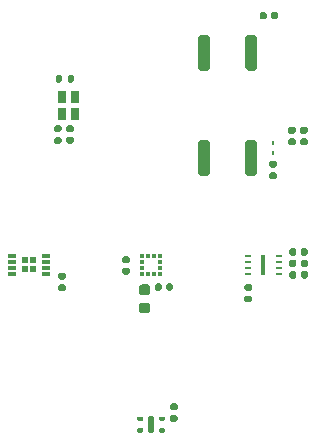
<source format=gbp>
G04 #@! TF.GenerationSoftware,KiCad,Pcbnew,(5.1.8)-1*
G04 #@! TF.CreationDate,2020-11-30T00:12:40+01:00*
G04 #@! TF.ProjectId,generic_node,67656e65-7269-4635-9f6e-6f64652e6b69,1.1*
G04 #@! TF.SameCoordinates,PX510ff40PY6422c40*
G04 #@! TF.FileFunction,Paste,Bot*
G04 #@! TF.FilePolarity,Positive*
%FSLAX46Y46*%
G04 Gerber Fmt 4.6, Leading zero omitted, Abs format (unit mm)*
G04 Created by KiCad (PCBNEW (5.1.8)-1) date 2020-11-30 00:12:40*
%MOMM*%
%LPD*%
G01*
G04 APERTURE LIST*
%ADD10R,0.375000X0.350000*%
%ADD11R,0.350000X0.375000*%
%ADD12R,0.750000X0.300000*%
%ADD13R,0.500000X0.600000*%
%ADD14R,0.300000X1.700000*%
%ADD15R,0.600000X0.270000*%
%ADD16R,0.800000X1.000000*%
%ADD17R,0.250000X0.360000*%
G04 APERTURE END LIST*
D10*
X-754500Y-13288803D03*
X-754500Y-13788803D03*
X770500Y-13788803D03*
X770500Y-13288803D03*
D11*
X-742000Y-14301303D03*
X-742000Y-12776303D03*
X758000Y-14301303D03*
X758000Y-12776303D03*
X258000Y-14301303D03*
X-242000Y-14301303D03*
X258000Y-12776303D03*
X-242000Y-12776303D03*
D12*
X-11750000Y-14238803D03*
X-11750000Y-13738803D03*
X-11750000Y-13238803D03*
X-11750000Y-12738803D03*
X-8850000Y-12738803D03*
X-8850000Y-13238803D03*
X-8850000Y-13738803D03*
X-8850000Y-14238803D03*
D13*
X-10625000Y-13863803D03*
X-10625000Y-13113803D03*
X-9975000Y-13863803D03*
X-9975000Y-13113803D03*
G36*
G01*
X275400Y-26437900D02*
X275400Y-27587900D01*
G75*
G02*
X150400Y-27712900I-125000J0D01*
G01*
X-99600Y-27712900D01*
G75*
G02*
X-224600Y-27587900I0J125000D01*
G01*
X-224600Y-26437900D01*
G75*
G02*
X-99600Y-26312900I125000J0D01*
G01*
X150400Y-26312900D01*
G75*
G02*
X275400Y-26437900I0J-125000D01*
G01*
G37*
G36*
G01*
X-1174600Y-26600400D02*
X-1174600Y-26425400D01*
G75*
G02*
X-1087100Y-26337900I87500J0D01*
G01*
X-712100Y-26337900D01*
G75*
G02*
X-624600Y-26425400I0J-87500D01*
G01*
X-624600Y-26600400D01*
G75*
G02*
X-712100Y-26687900I-87500J0D01*
G01*
X-1087100Y-26687900D01*
G75*
G02*
X-1174600Y-26600400I0J87500D01*
G01*
G37*
G36*
G01*
X-1174600Y-27600400D02*
X-1174600Y-27425400D01*
G75*
G02*
X-1087100Y-27337900I87500J0D01*
G01*
X-712100Y-27337900D01*
G75*
G02*
X-624600Y-27425400I0J-87500D01*
G01*
X-624600Y-27600400D01*
G75*
G02*
X-712100Y-27687900I-87500J0D01*
G01*
X-1087100Y-27687900D01*
G75*
G02*
X-1174600Y-27600400I0J87500D01*
G01*
G37*
G36*
G01*
X1225400Y-27425400D02*
X1225400Y-27600400D01*
G75*
G02*
X1137900Y-27687900I-87500J0D01*
G01*
X762900Y-27687900D01*
G75*
G02*
X675400Y-27600400I0J87500D01*
G01*
X675400Y-27425400D01*
G75*
G02*
X762900Y-27337900I87500J0D01*
G01*
X1137900Y-27337900D01*
G75*
G02*
X1225400Y-27425400I0J-87500D01*
G01*
G37*
G36*
G01*
X1225400Y-26425400D02*
X1225400Y-26600400D01*
G75*
G02*
X1137900Y-26687900I-87500J0D01*
G01*
X762900Y-26687900D01*
G75*
G02*
X675400Y-26600400I0J87500D01*
G01*
X675400Y-26425400D01*
G75*
G02*
X762900Y-26337900I87500J0D01*
G01*
X1137900Y-26337900D01*
G75*
G02*
X1225400Y-26425400I0J-87500D01*
G01*
G37*
D14*
X9512000Y-13527000D03*
D15*
X10812000Y-14277000D03*
X10812000Y-13777000D03*
X10812000Y-13277000D03*
X10812000Y-12777000D03*
X8212000Y-12777000D03*
X8212000Y-13277000D03*
X8212000Y-13777000D03*
X8212000Y-14277000D03*
G36*
G01*
X-7680000Y-3245000D02*
X-8050000Y-3245000D01*
G75*
G02*
X-8185000Y-3110000I0J135000D01*
G01*
X-8185000Y-2840000D01*
G75*
G02*
X-8050000Y-2705000I135000J0D01*
G01*
X-7680000Y-2705000D01*
G75*
G02*
X-7545000Y-2840000I0J-135000D01*
G01*
X-7545000Y-3110000D01*
G75*
G02*
X-7680000Y-3245000I-135000J0D01*
G01*
G37*
G36*
G01*
X-7680000Y-2225000D02*
X-8050000Y-2225000D01*
G75*
G02*
X-8185000Y-2090000I0J135000D01*
G01*
X-8185000Y-1820000D01*
G75*
G02*
X-8050000Y-1685000I135000J0D01*
G01*
X-7680000Y-1685000D01*
G75*
G02*
X-7545000Y-1820000I0J-135000D01*
G01*
X-7545000Y-2090000D01*
G75*
G02*
X-7680000Y-2225000I-135000J0D01*
G01*
G37*
G36*
G01*
X1874000Y-15201000D02*
X1874000Y-15541000D01*
G75*
G02*
X1734000Y-15681000I-140000J0D01*
G01*
X1454000Y-15681000D01*
G75*
G02*
X1314000Y-15541000I0J140000D01*
G01*
X1314000Y-15201000D01*
G75*
G02*
X1454000Y-15061000I140000J0D01*
G01*
X1734000Y-15061000D01*
G75*
G02*
X1874000Y-15201000I0J-140000D01*
G01*
G37*
G36*
G01*
X914000Y-15201000D02*
X914000Y-15541000D01*
G75*
G02*
X774000Y-15681000I-140000J0D01*
G01*
X494000Y-15681000D01*
G75*
G02*
X354000Y-15541000I0J140000D01*
G01*
X354000Y-15201000D01*
G75*
G02*
X494000Y-15061000I140000J0D01*
G01*
X774000Y-15061000D01*
G75*
G02*
X914000Y-15201000I0J-140000D01*
G01*
G37*
G36*
G01*
X-280000Y-17605000D02*
X-780000Y-17605000D01*
G75*
G02*
X-1005000Y-17380000I0J225000D01*
G01*
X-1005000Y-16930000D01*
G75*
G02*
X-780000Y-16705000I225000J0D01*
G01*
X-280000Y-16705000D01*
G75*
G02*
X-55000Y-16930000I0J-225000D01*
G01*
X-55000Y-17380000D01*
G75*
G02*
X-280000Y-17605000I-225000J0D01*
G01*
G37*
G36*
G01*
X-280000Y-16055000D02*
X-780000Y-16055000D01*
G75*
G02*
X-1005000Y-15830000I0J225000D01*
G01*
X-1005000Y-15380000D01*
G75*
G02*
X-780000Y-15155000I225000J0D01*
G01*
X-280000Y-15155000D01*
G75*
G02*
X-55000Y-15380000I0J-225000D01*
G01*
X-55000Y-15830000D01*
G75*
G02*
X-280000Y-16055000I-225000J0D01*
G01*
G37*
G36*
G01*
X12320000Y-14157500D02*
X12320000Y-14502500D01*
G75*
G02*
X12172500Y-14650000I-147500J0D01*
G01*
X11877500Y-14650000D01*
G75*
G02*
X11730000Y-14502500I0J147500D01*
G01*
X11730000Y-14157500D01*
G75*
G02*
X11877500Y-14010000I147500J0D01*
G01*
X12172500Y-14010000D01*
G75*
G02*
X12320000Y-14157500I0J-147500D01*
G01*
G37*
G36*
G01*
X13290000Y-14157500D02*
X13290000Y-14502500D01*
G75*
G02*
X13142500Y-14650000I-147500J0D01*
G01*
X12847500Y-14650000D01*
G75*
G02*
X12700000Y-14502500I0J147500D01*
G01*
X12700000Y-14157500D01*
G75*
G02*
X12847500Y-14010000I147500J0D01*
G01*
X13142500Y-14010000D01*
G75*
G02*
X13290000Y-14157500I0J-147500D01*
G01*
G37*
G36*
G01*
X-2267500Y-13749000D02*
X-1922500Y-13749000D01*
G75*
G02*
X-1775000Y-13896500I0J-147500D01*
G01*
X-1775000Y-14191500D01*
G75*
G02*
X-1922500Y-14339000I-147500J0D01*
G01*
X-2267500Y-14339000D01*
G75*
G02*
X-2415000Y-14191500I0J147500D01*
G01*
X-2415000Y-13896500D01*
G75*
G02*
X-2267500Y-13749000I147500J0D01*
G01*
G37*
G36*
G01*
X-2267500Y-12779000D02*
X-1922500Y-12779000D01*
G75*
G02*
X-1775000Y-12926500I0J-147500D01*
G01*
X-1775000Y-13221500D01*
G75*
G02*
X-1922500Y-13369000I-147500J0D01*
G01*
X-2267500Y-13369000D01*
G75*
G02*
X-2415000Y-13221500I0J147500D01*
G01*
X-2415000Y-12926500D01*
G75*
G02*
X-2267500Y-12779000I147500J0D01*
G01*
G37*
G36*
G01*
X1780500Y-25229000D02*
X2125500Y-25229000D01*
G75*
G02*
X2273000Y-25376500I0J-147500D01*
G01*
X2273000Y-25671500D01*
G75*
G02*
X2125500Y-25819000I-147500J0D01*
G01*
X1780500Y-25819000D01*
G75*
G02*
X1633000Y-25671500I0J147500D01*
G01*
X1633000Y-25376500D01*
G75*
G02*
X1780500Y-25229000I147500J0D01*
G01*
G37*
G36*
G01*
X1780500Y-26199000D02*
X2125500Y-26199000D01*
G75*
G02*
X2273000Y-26346500I0J-147500D01*
G01*
X2273000Y-26641500D01*
G75*
G02*
X2125500Y-26789000I-147500J0D01*
G01*
X1780500Y-26789000D01*
G75*
G02*
X1633000Y-26641500I0J147500D01*
G01*
X1633000Y-26346500D01*
G75*
G02*
X1780500Y-26199000I147500J0D01*
G01*
G37*
G36*
G01*
X-7347500Y-15730000D02*
X-7692500Y-15730000D01*
G75*
G02*
X-7840000Y-15582500I0J147500D01*
G01*
X-7840000Y-15287500D01*
G75*
G02*
X-7692500Y-15140000I147500J0D01*
G01*
X-7347500Y-15140000D01*
G75*
G02*
X-7200000Y-15287500I0J-147500D01*
G01*
X-7200000Y-15582500D01*
G75*
G02*
X-7347500Y-15730000I-147500J0D01*
G01*
G37*
G36*
G01*
X-7347500Y-14760000D02*
X-7692500Y-14760000D01*
G75*
G02*
X-7840000Y-14612500I0J147500D01*
G01*
X-7840000Y-14317500D01*
G75*
G02*
X-7692500Y-14170000I147500J0D01*
G01*
X-7347500Y-14170000D01*
G75*
G02*
X-7200000Y-14317500I0J-147500D01*
G01*
X-7200000Y-14612500D01*
G75*
G02*
X-7347500Y-14760000I-147500J0D01*
G01*
G37*
G36*
G01*
X10522500Y-6230000D02*
X10177500Y-6230000D01*
G75*
G02*
X10030000Y-6082500I0J147500D01*
G01*
X10030000Y-5787500D01*
G75*
G02*
X10177500Y-5640000I147500J0D01*
G01*
X10522500Y-5640000D01*
G75*
G02*
X10670000Y-5787500I0J-147500D01*
G01*
X10670000Y-6082500D01*
G75*
G02*
X10522500Y-6230000I-147500J0D01*
G01*
G37*
G36*
G01*
X10522500Y-5260000D02*
X10177500Y-5260000D01*
G75*
G02*
X10030000Y-5112500I0J147500D01*
G01*
X10030000Y-4817500D01*
G75*
G02*
X10177500Y-4670000I147500J0D01*
G01*
X10522500Y-4670000D01*
G75*
G02*
X10670000Y-4817500I0J-147500D01*
G01*
X10670000Y-5112500D01*
G75*
G02*
X10522500Y-5260000I-147500J0D01*
G01*
G37*
G36*
G01*
X13294000Y-13196500D02*
X13294000Y-13541500D01*
G75*
G02*
X13146500Y-13689000I-147500J0D01*
G01*
X12851500Y-13689000D01*
G75*
G02*
X12704000Y-13541500I0J147500D01*
G01*
X12704000Y-13196500D01*
G75*
G02*
X12851500Y-13049000I147500J0D01*
G01*
X13146500Y-13049000D01*
G75*
G02*
X13294000Y-13196500I0J-147500D01*
G01*
G37*
G36*
G01*
X12324000Y-13196500D02*
X12324000Y-13541500D01*
G75*
G02*
X12176500Y-13689000I-147500J0D01*
G01*
X11881500Y-13689000D01*
G75*
G02*
X11734000Y-13541500I0J147500D01*
G01*
X11734000Y-13196500D01*
G75*
G02*
X11881500Y-13049000I147500J0D01*
G01*
X12176500Y-13049000D01*
G75*
G02*
X12324000Y-13196500I0J-147500D01*
G01*
G37*
G36*
G01*
X12781500Y-1808000D02*
X13126500Y-1808000D01*
G75*
G02*
X13274000Y-1955500I0J-147500D01*
G01*
X13274000Y-2250500D01*
G75*
G02*
X13126500Y-2398000I-147500J0D01*
G01*
X12781500Y-2398000D01*
G75*
G02*
X12634000Y-2250500I0J147500D01*
G01*
X12634000Y-1955500D01*
G75*
G02*
X12781500Y-1808000I147500J0D01*
G01*
G37*
G36*
G01*
X12781500Y-2778000D02*
X13126500Y-2778000D01*
G75*
G02*
X13274000Y-2925500I0J-147500D01*
G01*
X13274000Y-3220500D01*
G75*
G02*
X13126500Y-3368000I-147500J0D01*
G01*
X12781500Y-3368000D01*
G75*
G02*
X12634000Y-3220500I0J147500D01*
G01*
X12634000Y-2925500D01*
G75*
G02*
X12781500Y-2778000I147500J0D01*
G01*
G37*
G36*
G01*
X13280000Y-12227500D02*
X13280000Y-12572500D01*
G75*
G02*
X13132500Y-12720000I-147500J0D01*
G01*
X12837500Y-12720000D01*
G75*
G02*
X12690000Y-12572500I0J147500D01*
G01*
X12690000Y-12227500D01*
G75*
G02*
X12837500Y-12080000I147500J0D01*
G01*
X13132500Y-12080000D01*
G75*
G02*
X13280000Y-12227500I0J-147500D01*
G01*
G37*
G36*
G01*
X12310000Y-12227500D02*
X12310000Y-12572500D01*
G75*
G02*
X12162500Y-12720000I-147500J0D01*
G01*
X11867500Y-12720000D01*
G75*
G02*
X11720000Y-12572500I0J147500D01*
G01*
X11720000Y-12227500D01*
G75*
G02*
X11867500Y-12080000I147500J0D01*
G01*
X12162500Y-12080000D01*
G75*
G02*
X12310000Y-12227500I0J-147500D01*
G01*
G37*
G36*
G01*
X9810000Y7772500D02*
X9810000Y7427500D01*
G75*
G02*
X9662500Y7280000I-147500J0D01*
G01*
X9367500Y7280000D01*
G75*
G02*
X9220000Y7427500I0J147500D01*
G01*
X9220000Y7772500D01*
G75*
G02*
X9367500Y7920000I147500J0D01*
G01*
X9662500Y7920000D01*
G75*
G02*
X9810000Y7772500I0J-147500D01*
G01*
G37*
G36*
G01*
X10780000Y7772500D02*
X10780000Y7427500D01*
G75*
G02*
X10632500Y7280000I-147500J0D01*
G01*
X10337500Y7280000D01*
G75*
G02*
X10190000Y7427500I0J147500D01*
G01*
X10190000Y7772500D01*
G75*
G02*
X10337500Y7920000I147500J0D01*
G01*
X10632500Y7920000D01*
G75*
G02*
X10780000Y7772500I0J-147500D01*
G01*
G37*
G36*
G01*
X-6676500Y-3245000D02*
X-7021500Y-3245000D01*
G75*
G02*
X-7169000Y-3097500I0J147500D01*
G01*
X-7169000Y-2802500D01*
G75*
G02*
X-7021500Y-2655000I147500J0D01*
G01*
X-6676500Y-2655000D01*
G75*
G02*
X-6529000Y-2802500I0J-147500D01*
G01*
X-6529000Y-3097500D01*
G75*
G02*
X-6676500Y-3245000I-147500J0D01*
G01*
G37*
G36*
G01*
X-6676500Y-2275000D02*
X-7021500Y-2275000D01*
G75*
G02*
X-7169000Y-2127500I0J147500D01*
G01*
X-7169000Y-1832500D01*
G75*
G02*
X-7021500Y-1685000I147500J0D01*
G01*
X-6676500Y-1685000D01*
G75*
G02*
X-6529000Y-1832500I0J-147500D01*
G01*
X-6529000Y-2127500D01*
G75*
G02*
X-6676500Y-2275000I-147500J0D01*
G01*
G37*
D16*
X-6450000Y750000D03*
X-6450000Y-750000D03*
X-7550000Y-750000D03*
X-7550000Y750000D03*
G36*
G01*
X8422500Y-15710000D02*
X8077500Y-15710000D01*
G75*
G02*
X7930000Y-15562500I0J147500D01*
G01*
X7930000Y-15267500D01*
G75*
G02*
X8077500Y-15120000I147500J0D01*
G01*
X8422500Y-15120000D01*
G75*
G02*
X8570000Y-15267500I0J-147500D01*
G01*
X8570000Y-15562500D01*
G75*
G02*
X8422500Y-15710000I-147500J0D01*
G01*
G37*
G36*
G01*
X8422500Y-16680000D02*
X8077500Y-16680000D01*
G75*
G02*
X7930000Y-16532500I0J147500D01*
G01*
X7930000Y-16237500D01*
G75*
G02*
X8077500Y-16090000I147500J0D01*
G01*
X8422500Y-16090000D01*
G75*
G02*
X8570000Y-16237500I0J-147500D01*
G01*
X8570000Y-16532500D01*
G75*
G02*
X8422500Y-16680000I-147500J0D01*
G01*
G37*
G36*
G01*
X12110500Y-2398000D02*
X11765500Y-2398000D01*
G75*
G02*
X11618000Y-2250500I0J147500D01*
G01*
X11618000Y-1955500D01*
G75*
G02*
X11765500Y-1808000I147500J0D01*
G01*
X12110500Y-1808000D01*
G75*
G02*
X12258000Y-1955500I0J-147500D01*
G01*
X12258000Y-2250500D01*
G75*
G02*
X12110500Y-2398000I-147500J0D01*
G01*
G37*
G36*
G01*
X12110500Y-3368000D02*
X11765500Y-3368000D01*
G75*
G02*
X11618000Y-3220500I0J147500D01*
G01*
X11618000Y-2925500D01*
G75*
G02*
X11765500Y-2778000I147500J0D01*
G01*
X12110500Y-2778000D01*
G75*
G02*
X12258000Y-2925500I0J-147500D01*
G01*
X12258000Y-3220500D01*
G75*
G02*
X12110500Y-3368000I-147500J0D01*
G01*
G37*
D17*
X10350000Y-4020000D03*
X10350000Y-3180000D03*
G36*
G01*
X-8065000Y2074000D02*
X-8065000Y2444000D01*
G75*
G02*
X-7930000Y2579000I135000J0D01*
G01*
X-7660000Y2579000D01*
G75*
G02*
X-7525000Y2444000I0J-135000D01*
G01*
X-7525000Y2074000D01*
G75*
G02*
X-7660000Y1939000I-135000J0D01*
G01*
X-7930000Y1939000D01*
G75*
G02*
X-8065000Y2074000I0J135000D01*
G01*
G37*
G36*
G01*
X-7045000Y2074000D02*
X-7045000Y2444000D01*
G75*
G02*
X-6910000Y2579000I135000J0D01*
G01*
X-6640000Y2579000D01*
G75*
G02*
X-6505000Y2444000I0J-135000D01*
G01*
X-6505000Y2074000D01*
G75*
G02*
X-6640000Y1939000I-135000J0D01*
G01*
X-6910000Y1939000D01*
G75*
G02*
X-7045000Y2074000I0J135000D01*
G01*
G37*
G36*
G01*
X4800000Y2950000D02*
X4200000Y2950000D01*
G75*
G02*
X4000000Y3150000I0J200000D01*
G01*
X4000000Y5750000D01*
G75*
G02*
X4200000Y5950000I200000J0D01*
G01*
X4800000Y5950000D01*
G75*
G02*
X5000000Y5750000I0J-200000D01*
G01*
X5000000Y3150000D01*
G75*
G02*
X4800000Y2950000I-200000J0D01*
G01*
G37*
G36*
G01*
X4800000Y-5950000D02*
X4200000Y-5950000D01*
G75*
G02*
X4000000Y-5750000I0J200000D01*
G01*
X4000000Y-3150000D01*
G75*
G02*
X4200000Y-2950000I200000J0D01*
G01*
X4800000Y-2950000D01*
G75*
G02*
X5000000Y-3150000I0J-200000D01*
G01*
X5000000Y-5750000D01*
G75*
G02*
X4800000Y-5950000I-200000J0D01*
G01*
G37*
G36*
G01*
X8800000Y2950000D02*
X8200000Y2950000D01*
G75*
G02*
X8000000Y3150000I0J200000D01*
G01*
X8000000Y5750000D01*
G75*
G02*
X8200000Y5950000I200000J0D01*
G01*
X8800000Y5950000D01*
G75*
G02*
X9000000Y5750000I0J-200000D01*
G01*
X9000000Y3150000D01*
G75*
G02*
X8800000Y2950000I-200000J0D01*
G01*
G37*
G36*
G01*
X8800000Y-5950000D02*
X8200000Y-5950000D01*
G75*
G02*
X8000000Y-5750000I0J200000D01*
G01*
X8000000Y-3150000D01*
G75*
G02*
X8200000Y-2950000I200000J0D01*
G01*
X8800000Y-2950000D01*
G75*
G02*
X9000000Y-3150000I0J-200000D01*
G01*
X9000000Y-5750000D01*
G75*
G02*
X8800000Y-5950000I-200000J0D01*
G01*
G37*
M02*

</source>
